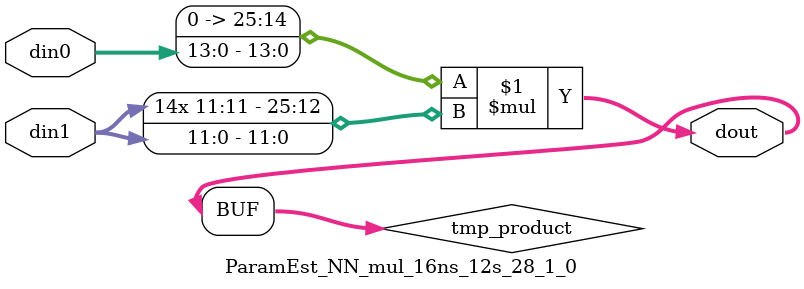
<source format=v>

`timescale 1 ns / 1 ps

  module ParamEst_NN_mul_16ns_12s_28_1_0(din0, din1, dout);
parameter ID = 1;
parameter NUM_STAGE = 0;
parameter din0_WIDTH = 14;
parameter din1_WIDTH = 12;
parameter dout_WIDTH = 26;

input [din0_WIDTH - 1 : 0] din0; 
input [din1_WIDTH - 1 : 0] din1; 
output [dout_WIDTH - 1 : 0] dout;

wire signed [dout_WIDTH - 1 : 0] tmp_product;











assign tmp_product = $signed({1'b0, din0}) * $signed(din1);










assign dout = tmp_product;







endmodule

</source>
